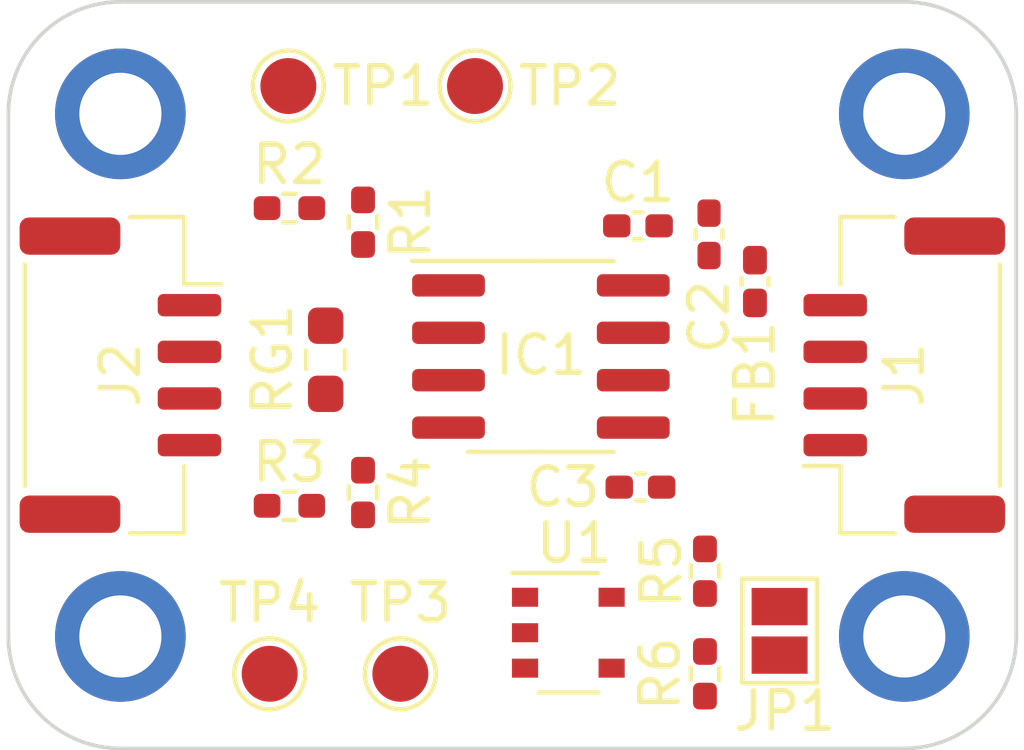
<source format=kicad_pcb>
(kicad_pcb (version 20221018) (generator pcbnew)
  (layers (0 "F.Cu" signal) (31 "B.Cu" power) (34 "B.Paste" user) (35 "F.Paste" user) (36 "B.SilkS" user "B.Silkscreen") (37 "F.SilkS" user "F.Silkscreen") (38 "B.Mask" user) (39 "F.Mask" user) (44 "Edge.Cuts" user))
  (net 0 "")
  (net 1 "VDD")
  (net 2 "GND")
  (net 3 "Net-(J1-Pin_4)")
  (net 4 "Net-(IC1--IN)")
  (net 5 "Net-(IC1-RG_1)")
  (net 6 "Net-(IC1-RG_2)")
  (net 7 "Net-(IC1-+IN)")
  (net 8 "ref")
  (net 9 "out")
  (net 10 "-IN")
  (net 11 "+IN")
  (net 12 "Net-(JP1-B)")
  (footprint "Capacitor_SMD:C_0402_1005Metric_Pad0.74x0.62mm_HandSolder" (layer "F.Cu") (at 119.365 68.5)
    (fp_text reference "C1" (at 0 -1.16) (layer "F.SilkS"))
    (fp_text value "100n" hide)
    (fp_line (start -0.115835 -0.36) (end 0.115835 -0.36) (stroke (width 0.12)) (layer "F.SilkS"))
    (fp_line (start -0.115835 0.36) (end 0.115835 0.36) (stroke (width 0.12)) (layer "F.SilkS"))
    (pad "1" smd roundrect (at -0.5675 0) (size 0.735 0.62) (layers "F.Cu" "F.Paste" "F.Mask") (net 1 "VDD"))
    (pad "2" smd roundrect (at 0.5675 0) (size 0.735 0.62) (layers "F.Cu" "F.Paste" "F.Mask") (net 2 "GND"))
  )
  (footprint "Resistor_SMD:R_0402_1005Metric_Pad0.72x0.64mm_HandSolder" (layer "F.Cu") (at 110.0275 76)
    (fp_text reference "R3" (at 0 -1.17) (layer "F.SilkS"))
    (fp_text value "10k" hide)
    (fp_line (start -0.167621 -0.38) (end 0.167621 -0.38) (stroke (width 0.12)) (layer "F.SilkS"))
    (fp_line (start -0.167621 0.38) (end 0.167621 0.38) (stroke (width 0.12)) (layer "F.SilkS"))
    (pad "1" smd roundrect (at -0.5975 0) (size 0.715 0.64) (layers "F.Cu" "F.Paste" "F.Mask") (net 11 "+IN"))
    (pad "2" smd roundrect (at 0.5975 0) (size 0.715 0.64) (layers "F.Cu" "F.Paste" "F.Mask") (net 7 "Net-(IC1-+IN)"))
  )
  (footprint "Resistor_SMD:R_0402_1005Metric_Pad0.72x0.64mm_HandSolder" (layer "F.Cu") (at 121.16 77.7525 90)
    (fp_text reference "R5" (at 0 -1.17 90) (layer "F.SilkS"))
    (fp_text value "10k" hide)
    (fp_line (start -0.167621 -0.38) (end 0.167621 -0.38) (stroke (width 0.12)) (layer "F.SilkS"))
    (fp_line (start -0.167621 0.38) (end 0.167621 0.38) (stroke (width 0.12)) (layer "F.SilkS"))
    (pad "1" smd roundrect (at -0.5975 0 90) (size 0.715 0.64) (layers "F.Cu" "F.Paste" "F.Mask") (net 12 "Net-(JP1-B)"))
    (pad "2" smd roundrect (at 0.5975 0 90) (size 0.715 0.64) (layers "F.Cu" "F.Paste" "F.Mask") (net 1 "VDD"))
  )
  (footprint "Resistor_SMD:R_0402_1005Metric_Pad0.72x0.64mm_HandSolder" (layer "F.Cu") (at 112 75.645 90)
    (fp_text reference "R4" (at 0 1.27 90) (layer "F.SilkS"))
    (fp_text value "47k" hide)
    (fp_line (start -0.167621 -0.38) (end 0.167621 -0.38) (stroke (width 0.12)) (layer "F.SilkS"))
    (fp_line (start -0.167621 0.38) (end 0.167621 0.38) (stroke (width 0.12)) (layer "F.SilkS"))
    (pad "1" smd roundrect (at -0.5975 0 90) (size 0.715 0.64) (layers "F.Cu" "F.Paste" "F.Mask") (net 2 "GND"))
    (pad "2" smd roundrect (at 0.5975 0 90) (size 0.715 0.64) (layers "F.Cu" "F.Paste" "F.Mask") (net 7 "Net-(IC1-+IN)"))
  )
  (footprint "Resistor_SMD:R_0603_1608Metric_Pad0.98x0.95mm_HandSolder" (layer "F.Cu") (at 111 72.0875 90)
    (fp_text reference "RG1" (at 0 -1.43 90) (layer "F.SilkS"))
    (fp_text value "tbd" hide)
    (fp_line (start -0.254724 -0.5225) (end 0.254724 -0.5225) (stroke (width 0.12)) (layer "F.SilkS"))
    (fp_line (start -0.254724 0.5225) (end 0.254724 0.5225) (stroke (width 0.12)) (layer "F.SilkS"))
    (pad "1" smd roundrect (at -0.9125 0 90) (size 0.975 0.95) (layers "F.Cu" "F.Paste" "F.Mask") (net 6 "Net-(IC1-RG_2)"))
    (pad "2" smd roundrect (at 0.9125 0 90) (size 0.975 0.95) (layers "F.Cu" "F.Paste" "F.Mask") (net 5 "Net-(IC1-RG_1)"))
  )
  (footprint "TestPoint:TestPoint_Pad_D1.5mm" (layer "F.Cu") (at 110 64.755)
    (fp_text reference "TP1" (at 2.54 0.002) (layer "F.SilkS"))
    (fp_text value "TestPoint" hide)
    (fp_circle (center 0 0) (end 0 0.95) (stroke (width 0.12)) (fill none) (layer "F.SilkS"))
    (pad "1" smd circle (at 0 0) (size 1.5 1.5) (layers "F.Cu" "F.Mask") (net 4 "Net-(IC1--IN)"))
  )
  (footprint "Jumper:SolderJumper-2_P1.3mm_Open_Pad1.0x1.5mm" (layer "F.Cu") (at 123.16 79.35 90)
    (fp_text reference "JP1" (at -2.15 0.135 180) (layer "F.SilkS"))
    (fp_text value "SolderJumper_2_Open" hide)
    (fp_line (start -1.4 -1) (end 1.4 -1) (stroke (width 0.12)) (layer "F.SilkS"))
    (fp_line (start -1.4 1) (end -1.4 -1) (stroke (width 0.12)) (layer "F.SilkS"))
    (fp_line (start 1.4 -1) (end 1.4 1) (stroke (width 0.12)) (layer "F.SilkS"))
    (fp_line (start 1.4 1) (end -1.4 1) (stroke (width 0.12)) (layer "F.SilkS"))
    (pad "1" smd rect (at -0.65 0 90) (size 1 1.5) (layers "F.Cu" "F.Mask") (net 2 "GND"))
    (pad "2" smd rect (at 0.65 0 90) (size 1 1.5) (layers "F.Cu" "F.Mask") (net 12 "Net-(JP1-B)"))
  )
  (footprint "Inductor_SMD:L_0402_1005Metric_Pad0.77x0.64mm_HandSolder" (layer "F.Cu") (at 122.5 69.9925 90)
    (fp_text reference "FB1" (at -2.4775 0 90) (layer "F.SilkS"))
    (fp_text value "120R" hide)
    (fp_line (start -0.1002 -0.36) (end 0.1002 -0.36) (stroke (width 0.12)) (layer "F.SilkS"))
    (fp_line (start -0.1002 0.36) (end 0.1002 0.36) (stroke (width 0.12)) (layer "F.SilkS"))
    (pad "1" smd roundrect (at -0.5725 0 90) (size 0.765 0.64) (layers "F.Cu" "F.Paste" "F.Mask") (net 3 "Net-(J1-Pin_4)"))
    (pad "2" smd roundrect (at 0.5725 0 90) (size 0.765 0.64) (layers "F.Cu" "F.Paste" "F.Mask") (net 1 "VDD"))
  )
  (footprint "Package_SO:TSOP-5_1.65x3.05mm_P0.95mm" (layer "F.Cu") (at 117.5 79.4)
    (fp_text reference "U1" (at 0.16 -2.4 180) (layer "F.SilkS"))
    (fp_text value "NCS20071SN" hide)
    (fp_line (start -0.8 1.6) (end 0.8 1.6) (stroke (width 0.12)) (layer "F.SilkS"))
    (fp_line (start 0.8 -1.6) (end -1.5 -1.6) (stroke (width 0.12)) (layer "F.SilkS"))
    (pad "1" smd rect (at -1.16 -0.95) (size 0.7 0.51) (layers "F.Cu" "F.Paste" "F.Mask") (net 8 "ref"))
    (pad "2" smd rect (at -1.16 0) (size 0.7 0.51) (layers "F.Cu" "F.Paste" "F.Mask") (net 2 "GND"))
    (pad "3" smd rect (at -1.16 0.95) (size 0.7 0.51) (layers "F.Cu" "F.Paste" "F.Mask") (net 12 "Net-(JP1-B)"))
    (pad "4" smd rect (at 1.16 0.95) (size 0.7 0.51) (layers "F.Cu" "F.Paste" "F.Mask") (net 8 "ref"))
    (pad "5" smd rect (at 1.16 -0.95) (size 0.7 0.51) (layers "F.Cu" "F.Paste" "F.Mask") (net 1 "VDD"))
  )
  (footprint "Connector_JST:JST_GH_SM04B-GHS-TB_1x04-1MP_P1.25mm_Horizontal" (layer "F.Cu") (at 105.5 72.5 -90)
    (fp_text reference "J2" (at 0 0 90) (layer "F.SilkS"))
    (fp_text value "JST-GH" hide)
    (fp_line (start -4.235 -1.71) (end -2.435 -1.71) (stroke (width 0.12)) (layer "F.SilkS"))
    (fp_line (start -4.235 -0.26) (end -4.235 -1.71) (stroke (width 0.12)) (layer "F.SilkS"))
    (fp_line (start -2.965 2.56) (end 2.965 2.56) (stroke (width 0.12)) (layer "F.SilkS"))
    (fp_line (start -2.435 -1.71) (end -2.435 -2.7) (stroke (width 0.12)) (layer "F.SilkS"))
    (fp_line (start 4.235 -1.71) (end 2.435 -1.71) (stroke (width 0.12)) (layer "F.SilkS"))
    (fp_line (start 4.235 -0.26) (end 4.235 -1.71) (stroke (width 0.12)) (layer "F.SilkS"))
    (pad "1" smd roundrect (at -1.875 -1.85 270) (size 0.6 1.7) (layers "F.Cu" "F.Paste" "F.Mask") (net 2 "GND"))
    (pad "2" smd roundrect (at -0.625 -1.85 270) (size 0.6 1.7) (layers "F.Cu" "F.Paste" "F.Mask") (net 10 "-IN"))
    (pad "3" smd roundrect (at 0.625 -1.85 270) (size 0.6 1.7) (layers "F.Cu" "F.Paste" "F.Mask") (net 11 "+IN"))
    (pad "4" smd roundrect (at 1.875 -1.85 270) (size 0.6 1.7) (layers "F.Cu" "F.Paste" "F.Mask") (net 1 "VDD"))
    (pad "MP" smd roundrect (at -3.725 1.35 270) (size 1 2.7) (layers "F.Cu" "F.Paste" "F.Mask") (net 2 "GND"))
    (pad "MP" smd roundrect (at 3.725 1.35 270) (size 1 2.7) (layers "F.Cu" "F.Paste" "F.Mask") (net 2 "GND"))
  )
  (footprint "MountingHole:MountingHole_2.2mm_M2_ISO7380_Pad" (layer "F.Cu") (at 105.5 65.5)
    (fp_text reference "H1" hide)
    (fp_text value "MountingHole" hide)
    (pad "1" thru_hole circle (at 0 0) (size 3.5 3.5) (drill 2.2) (layers "*.Cu" "*.Mask"))
  )
  (footprint "Resistor_SMD:R_0402_1005Metric_Pad0.72x0.64mm_HandSolder" (layer "F.Cu") (at 110.0275 68.025)
    (fp_text reference "R2" (at 0 -1.17) (layer "F.SilkS"))
    (fp_text value "10k" hide)
    (fp_line (start -0.167621 -0.38) (end 0.167621 -0.38) (stroke (width 0.12)) (layer "F.SilkS"))
    (fp_line (start -0.167621 0.38) (end 0.167621 0.38) (stroke (width 0.12)) (layer "F.SilkS"))
    (pad "1" smd roundrect (at -0.5975 0) (size 0.715 0.64) (layers "F.Cu" "F.Paste" "F.Mask") (net 10 "-IN"))
    (pad "2" smd roundrect (at 0.5975 0) (size 0.715 0.64) (layers "F.Cu" "F.Paste" "F.Mask") (net 4 "Net-(IC1--IN)"))
  )
  (footprint "Resistor_SMD:R_0402_1005Metric_Pad0.72x0.64mm_HandSolder" (layer "F.Cu") (at 112 68.4025 90)
    (fp_text reference "R1" (at 0 1.27 90) (layer "F.SilkS"))
    (fp_text value "47k" hide)
    (fp_line (start -0.167621 -0.38) (end 0.167621 -0.38) (stroke (width 0.12)) (layer "F.SilkS"))
    (fp_line (start -0.167621 0.38) (end 0.167621 0.38) (stroke (width 0.12)) (layer "F.SilkS"))
    (pad "1" smd roundrect (at -0.5975 0 90) (size 0.715 0.64) (layers "F.Cu" "F.Paste" "F.Mask") (net 4 "Net-(IC1--IN)"))
    (pad "2" smd roundrect (at 0.5975 0 90) (size 0.715 0.64) (layers "F.Cu" "F.Paste" "F.Mask") (net 2 "GND"))
  )
  (footprint "TestPoint:TestPoint_Pad_D1.5mm" (layer "F.Cu") (at 109.5 80.5)
    (fp_text reference "TP4" (at 0 -1.903) (layer "F.SilkS"))
    (fp_text value "TestPoint" hide)
    (fp_circle (center 0 0) (end 0 0.95) (stroke (width 0.12)) (fill none) (layer "F.SilkS"))
    (pad "1" smd circle (at 0 0) (size 1.5 1.5) (layers "F.Cu" "F.Mask") (net 7 "Net-(IC1-+IN)"))
  )
  (footprint "MountingHole:MountingHole_2.2mm_M2_ISO7380_Pad" (layer "F.Cu") (at 126.5 65.5)
    (fp_text reference "H3" hide)
    (fp_text value "MountingHole" hide)
    (pad "1" thru_hole circle (at 0 0) (size 3.5 3.5) (drill 2.2) (layers "*.Cu" "*.Mask"))
  )
  (footprint "TestPoint:TestPoint_Pad_D1.5mm" (layer "F.Cu") (at 115 64.755)
    (fp_text reference "TP2" (at 2.54 0.002) (layer "F.SilkS"))
    (fp_text value "TestPoint" hide)
    (fp_circle (center 0 0) (end 0 0.95) (stroke (width 0.12)) (fill none) (layer "F.SilkS"))
    (pad "1" smd circle (at 0 0) (size 1.5 1.5) (layers "F.Cu" "F.Mask") (net 9 "out"))
  )
  (footprint "MountingHole:MountingHole_2.2mm_M2_ISO7380_Pad" (layer "F.Cu") (at 105.5 79.5)
    (fp_text reference "H2" hide)
    (fp_text value "MountingHole" hide)
    (pad "1" thru_hole circle (at 0 0) (size 3.5 3.5) (drill 2.2) (layers "*.Cu" "*.Mask"))
  )
  (footprint "Connector_JST:JST_GH_SM04B-GHS-TB_1x04-1MP_P1.25mm_Horizontal" (layer "F.Cu") (at 126.5 72.5 90)
    (fp_text reference "J1" (at 0 -0.005 90) (layer "F.SilkS"))
    (fp_text value "JST-GH" hide)
    (fp_line (start -4.235 -1.71) (end -2.435 -1.71) (stroke (width 0.12)) (layer "F.SilkS"))
    (fp_line (start -4.235 -0.26) (end -4.235 -1.71) (stroke (width 0.12)) (layer "F.SilkS"))
    (fp_line (start -2.965 2.56) (end 2.965 2.56) (stroke (width 0.12)) (layer "F.SilkS"))
    (fp_line (start -2.435 -1.71) (end -2.435 -2.7) (stroke (width 0.12)) (layer "F.SilkS"))
    (fp_line (start 4.235 -1.71) (end 2.435 -1.71) (stroke (width 0.12)) (layer "F.SilkS"))
    (fp_line (start 4.235 -0.26) (end 4.235 -1.71) (stroke (width 0.12)) (layer "F.SilkS"))
    (pad "1" smd roundrect (at -1.875 -1.85 90) (size 0.6 1.7) (layers "F.Cu" "F.Paste" "F.Mask") (net 2 "GND"))
    (pad "2" smd roundrect (at -0.625 -1.85 90) (size 0.6 1.7) (layers "F.Cu" "F.Paste" "F.Mask") (net 2 "GND"))
    (pad "3" smd roundrect (at 0.625 -1.85 90) (size 0.6 1.7) (layers "F.Cu" "F.Paste" "F.Mask") (net 9 "out"))
    (pad "4" smd roundrect (at 1.875 -1.85 90) (size 0.6 1.7) (layers "F.Cu" "F.Paste" "F.Mask") (net 3 "Net-(J1-Pin_4)"))
    (pad "MP" smd roundrect (at -3.725 1.35 90) (size 1 2.7) (layers "F.Cu" "F.Paste" "F.Mask") (net 2 "GND"))
    (pad "MP" smd roundrect (at 3.725 1.35 90) (size 1 2.7) (layers "F.Cu" "F.Paste" "F.Mask") (net 2 "GND"))
  )
  (footprint "Capacitor_SMD:C_0402_1005Metric_Pad0.74x0.62mm_HandSolder" (layer "F.Cu") (at 119.4325 75.5 180)
    (fp_text reference "C3" (at 2.0825 0) (layer "F.SilkS"))
    (fp_text value "100n" hide)
    (fp_line (start -0.115835 -0.36) (end 0.115835 -0.36) (stroke (width 0.12)) (layer "F.SilkS"))
    (fp_line (start -0.115835 0.36) (end 0.115835 0.36) (stroke (width 0.12)) (layer "F.SilkS"))
    (pad "1" smd roundrect (at -0.5675 0 180) (size 0.735 0.62) (layers "F.Cu" "F.Paste" "F.Mask") (net 2 "GND"))
    (pad "2" smd roundrect (at 0.5675 0 180) (size 0.735 0.62) (layers "F.Cu" "F.Paste" "F.Mask") (net 2 "GND"))
  )
  (footprint "MountingHole:MountingHole_2.2mm_M2_ISO7380_Pad" (layer "F.Cu") (at 126.5 79.5)
    (fp_text reference "H4" hide)
    (fp_text value "MountingHole" hide)
    (pad "1" thru_hole circle (at 0 0) (size 3.5 3.5) (drill 2.2) (layers "*.Cu" "*.Mask"))
  )
  (footprint "Package_SO:SOIC-8_3.9x4.9mm_P1.27mm" (layer "F.Cu") (at 116.765 72)
    (fp_text reference "IC1" (at 0 -0.035) (layer "F.SilkS"))
    (fp_text value "INA826AID" hide)
    (fp_line (start 0 -2.56) (end -3.45 -2.56) (stroke (width 0.12)) (layer "F.SilkS"))
    (fp_line (start 0 -2.56) (end 1.95 -2.56) (stroke (width 0.12)) (layer "F.SilkS"))
    (fp_line (start 0 2.56) (end -1.95 2.56) (stroke (width 0.12)) (layer "F.SilkS"))
    (fp_line (start 0 2.56) (end 1.95 2.56) (stroke (width 0.12)) (layer "F.SilkS"))
    (pad "1" smd roundrect (at -2.475 -1.905) (size 1.95 0.6) (layers "F.Cu" "F.Paste" "F.Mask") (net 4 "Net-(IC1--IN)"))
    (pad "2" smd roundrect (at -2.475 -0.635) (size 1.95 0.6) (layers "F.Cu" "F.Paste" "F.Mask") (net 5 "Net-(IC1-RG_1)"))
    (pad "3" smd roundrect (at -2.475 0.635) (size 1.95 0.6) (layers "F.Cu" "F.Paste" "F.Mask") (net 6 "Net-(IC1-RG_2)"))
    (pad "4" smd roundrect (at -2.475 1.905) (size 1.95 0.6) (layers "F.Cu" "F.Paste" "F.Mask") (net 7 "Net-(IC1-+IN)"))
    (pad "5" smd roundrect (at 2.475 1.905) (size 1.95 0.6) (layers "F.Cu" "F.Paste" "F.Mask") (net 2 "GND"))
    (pad "6" smd roundrect (at 2.475 0.635) (size 1.95 0.6) (layers "F.Cu" "F.Paste" "F.Mask") (net 8 "ref"))
    (pad "7" smd roundrect (at 2.475 -0.635) (size 1.95 0.6) (layers "F.Cu" "F.Paste" "F.Mask") (net 9 "out"))
    (pad "8" smd roundrect (at 2.475 -1.905) (size 1.95 0.6) (layers "F.Cu" "F.Paste" "F.Mask") (net 1 "VDD"))
  )
  (footprint "Capacitor_SMD:C_0402_1005Metric_Pad0.74x0.62mm_HandSolder" (layer "F.Cu") (at 121.27 68.7275 90)
    (fp_text reference "C2" (at -2.2185 0 90) (layer "F.SilkS"))
    (fp_text value "10u" hide)
    (fp_line (start -0.115835 -0.36) (end 0.115835 -0.36) (stroke (width 0.12)) (layer "F.SilkS"))
    (fp_line (start -0.115835 0.36) (end 0.115835 0.36) (stroke (width 0.12)) (layer "F.SilkS"))
    (pad "1" smd roundrect (at -0.5675 0 90) (size 0.735 0.62) (layers "F.Cu" "F.Paste" "F.Mask") (net 1 "VDD"))
    (pad "2" smd roundrect (at 0.5675 0 90) (size 0.735 0.62) (layers "F.Cu" "F.Paste" "F.Mask") (net 2 "GND"))
  )
  (footprint "Resistor_SMD:R_0402_1005Metric_Pad0.72x0.64mm_HandSolder" (layer "F.Cu") (at 121.16 80.5 90)
    (fp_text reference "R6" (at 0 -1.2 90) (layer "F.SilkS"))
    (fp_text value "10k" hide)
    (fp_line (start -0.167621 -0.38) (end 0.167621 -0.38) (stroke (width 0.12)) (layer "F.SilkS"))
    (fp_line (start -0.167621 0.38) (end 0.167621 0.38) (stroke (width 0.12)) (layer "F.SilkS"))
    (pad "1" smd roundrect (at -0.5975 0 90) (size 0.715 0.64) (layers "F.Cu" "F.Paste" "F.Mask") (net 2 "GND"))
    (pad "2" smd roundrect (at 0.5975 0 90) (size 0.715 0.64) (layers "F.Cu" "F.Paste" "F.Mask") (net 12 "Net-(JP1-B)"))
  )
  (footprint "TestPoint:TestPoint_Pad_D1.5mm" (layer "F.Cu") (at 113 80.5 180)
    (fp_text reference "TP3" (at 0 1.905) (layer "F.SilkS"))
    (fp_text value "TestPoint" hide)
    (fp_circle (center 0 0) (end 0 0.95) (stroke (width 0.12)) (fill none) (layer "F.SilkS"))
    (pad "1" smd circle (at 0 0 180) (size 1.5 1.5) (layers "F.Cu" "F.Mask") (net 8 "ref"))
  )
  (gr_line (start 126.5 62.5) (end 105.5 62.5) (stroke (width 0.1)) (layer "Edge.Cuts"))
  (gr_arc (start 126.5 62.5) (mid 128.62132 63.37868) (end 129.5 65.5) (stroke (width 0.1)) (layer "Edge.Cuts"))
  (gr_line (start 102.5 65.5) (end 102.5 79.5) (stroke (width 0.1)) (layer "Edge.Cuts"))
  (gr_line (start 129.5 79.5) (end 129.5 65.5) (stroke (width 0.1)) (layer "Edge.Cuts"))
  (gr_arc (start 129.5 79.5) (mid 128.62132 81.62132) (end 126.5 82.5) (stroke (width 0.1)) (layer "Edge.Cuts"))
  (gr_arc (start 105.5 82.5) (mid 103.37868 81.62132) (end 102.5 79.5) (stroke (width 0.1)) (layer "Edge.Cuts"))
  (gr_arc (start 102.5 65.5) (mid 103.37868 63.37868) (end 105.5 62.5) (stroke (width 0.1)) (layer "Edge.Cuts"))
  (gr_line (start 105.5 82.5) (end 126.5 82.5) (stroke (width 0.1)) (layer "Edge.Cuts"))
)
</source>
